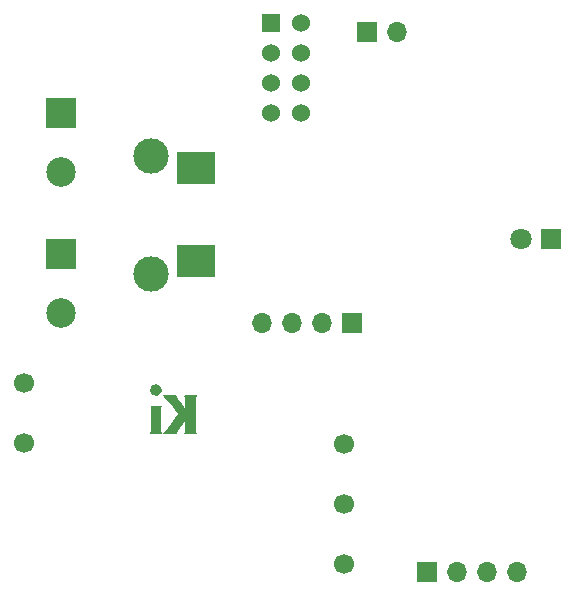
<source format=gbs>
G04 #@! TF.FileFunction,Soldermask,Bot*
%FSLAX46Y46*%
G04 Gerber Fmt 4.6, Leading zero omitted, Abs format (unit mm)*
G04 Created by KiCad (PCBNEW 4.0.2+dfsg1-stable) date Wed 06 Sep 2017 09:12:25 PM CST*
%MOMM*%
G01*
G04 APERTURE LIST*
%ADD10C,0.100000*%
%ADD11C,0.010000*%
%ADD12R,1.700000X1.700000*%
%ADD13O,1.700000X1.700000*%
%ADD14R,2.500000X2.500000*%
%ADD15C,2.500000*%
%ADD16C,1.700000*%
%ADD17R,3.200000X2.700000*%
%ADD18C,3.000000*%
%ADD19R,1.524000X1.524000*%
%ADD20C,1.524000*%
%ADD21R,1.800000X1.800000*%
%ADD22C,1.800000*%
G04 APERTURE END LIST*
D10*
D11*
G36*
X89187453Y-108000800D02*
X88642141Y-108000800D01*
X88840921Y-108202187D01*
X89170629Y-108565091D01*
X89385049Y-108839215D01*
X89463497Y-108942800D01*
X89558056Y-109062929D01*
X89658150Y-109186602D01*
X89753202Y-109300819D01*
X89832634Y-109392581D01*
X89857732Y-109420160D01*
X89939164Y-109507612D01*
X89869206Y-109598756D01*
X89733764Y-109788004D01*
X89646222Y-109927450D01*
X89591352Y-110009686D01*
X89530076Y-110089012D01*
X89524927Y-110095007D01*
X89455978Y-110177981D01*
X89375453Y-110280537D01*
X89292258Y-110390688D01*
X89215298Y-110496447D01*
X89153481Y-110585825D01*
X89117824Y-110642947D01*
X89082743Y-110695996D01*
X89024214Y-110774462D01*
X88952380Y-110865652D01*
X88877385Y-110956872D01*
X88809372Y-111035432D01*
X88773000Y-111074420D01*
X88749111Y-111100481D01*
X88706837Y-111147806D01*
X88698723Y-111156970D01*
X88637145Y-111226600D01*
X89763600Y-111226600D01*
X89763600Y-111148323D01*
X89780363Y-111071795D01*
X89827593Y-110966549D01*
X89900707Y-110840639D01*
X89995119Y-110702116D01*
X90082658Y-110587933D01*
X90153932Y-110495713D01*
X90219253Y-110404669D01*
X90266423Y-110331935D01*
X90272529Y-110321233D01*
X90312571Y-110254834D01*
X90347858Y-110206684D01*
X90356501Y-110197900D01*
X90391062Y-110159216D01*
X90431285Y-110102650D01*
X90468974Y-110054493D01*
X90499485Y-110032887D01*
X90500786Y-110032800D01*
X90509662Y-110057491D01*
X90516782Y-110128781D01*
X90521936Y-110242492D01*
X90524917Y-110394444D01*
X90525600Y-110529361D01*
X90524916Y-110708663D01*
X90522505Y-110844670D01*
X90517825Y-110944875D01*
X90510337Y-111016769D01*
X90499502Y-111067843D01*
X90484779Y-111105588D01*
X90483956Y-111107211D01*
X90448483Y-111166891D01*
X90416977Y-111205018D01*
X90414106Y-111207161D01*
X90429603Y-111212723D01*
X90488953Y-111217662D01*
X90585214Y-111221712D01*
X90711441Y-111224607D01*
X90860689Y-111226082D01*
X90912406Y-111226211D01*
X91438911Y-111226600D01*
X91409232Y-111156750D01*
X91381059Y-111098158D01*
X91358976Y-111062770D01*
X91355143Y-111033542D01*
X91351543Y-110958181D01*
X91348241Y-110841351D01*
X91345304Y-110687717D01*
X91342801Y-110501946D01*
X91340796Y-110288702D01*
X91339358Y-110052651D01*
X91338553Y-109798459D01*
X91338401Y-109626690D01*
X91338459Y-109322711D01*
X91338730Y-109065312D01*
X91339354Y-108850274D01*
X91340474Y-108673378D01*
X91342231Y-108530404D01*
X91344767Y-108417133D01*
X91348224Y-108329345D01*
X91352743Y-108262821D01*
X91358467Y-108213341D01*
X91365538Y-108176686D01*
X91374096Y-108148637D01*
X91384284Y-108124974D01*
X91389201Y-108115099D01*
X91419956Y-108053269D01*
X91438010Y-108014060D01*
X91440001Y-108008129D01*
X91415865Y-108005907D01*
X91348512Y-108003956D01*
X91245528Y-108002384D01*
X91114494Y-108001301D01*
X90962995Y-108000815D01*
X90929283Y-108000800D01*
X90756140Y-108001064D01*
X90627571Y-108002231D01*
X90537354Y-108004864D01*
X90479263Y-108009523D01*
X90447076Y-108016772D01*
X90434568Y-108027172D01*
X90435514Y-108041285D01*
X90437036Y-108045250D01*
X90470395Y-108134073D01*
X90494461Y-108222581D01*
X90510620Y-108321541D01*
X90520258Y-108441721D01*
X90524760Y-108593888D01*
X90525600Y-108733488D01*
X90525601Y-109153304D01*
X90449401Y-109080300D01*
X90401787Y-109029957D01*
X90375206Y-108992678D01*
X90373200Y-108985883D01*
X90358063Y-108959950D01*
X90318572Y-108906528D01*
X90263612Y-108836545D01*
X90202068Y-108760929D01*
X90142823Y-108690609D01*
X90094761Y-108636514D01*
X90067961Y-108610400D01*
X90045639Y-108583134D01*
X90007264Y-108527030D01*
X89979398Y-108483400D01*
X89921195Y-108395698D01*
X89858249Y-108309098D01*
X89835901Y-108280762D01*
X89791187Y-108214136D01*
X89765792Y-108153043D01*
X89763600Y-108136790D01*
X89763078Y-108093077D01*
X89757409Y-108059902D01*
X89740438Y-108035812D01*
X89706011Y-108019355D01*
X89647974Y-108009077D01*
X89560172Y-108003527D01*
X89436450Y-108001251D01*
X89270655Y-108000796D01*
X89187453Y-108000800D01*
X89187453Y-108000800D01*
G37*
X89187453Y-108000800D02*
X88642141Y-108000800D01*
X88840921Y-108202187D01*
X89170629Y-108565091D01*
X89385049Y-108839215D01*
X89463497Y-108942800D01*
X89558056Y-109062929D01*
X89658150Y-109186602D01*
X89753202Y-109300819D01*
X89832634Y-109392581D01*
X89857732Y-109420160D01*
X89939164Y-109507612D01*
X89869206Y-109598756D01*
X89733764Y-109788004D01*
X89646222Y-109927450D01*
X89591352Y-110009686D01*
X89530076Y-110089012D01*
X89524927Y-110095007D01*
X89455978Y-110177981D01*
X89375453Y-110280537D01*
X89292258Y-110390688D01*
X89215298Y-110496447D01*
X89153481Y-110585825D01*
X89117824Y-110642947D01*
X89082743Y-110695996D01*
X89024214Y-110774462D01*
X88952380Y-110865652D01*
X88877385Y-110956872D01*
X88809372Y-111035432D01*
X88773000Y-111074420D01*
X88749111Y-111100481D01*
X88706837Y-111147806D01*
X88698723Y-111156970D01*
X88637145Y-111226600D01*
X89763600Y-111226600D01*
X89763600Y-111148323D01*
X89780363Y-111071795D01*
X89827593Y-110966549D01*
X89900707Y-110840639D01*
X89995119Y-110702116D01*
X90082658Y-110587933D01*
X90153932Y-110495713D01*
X90219253Y-110404669D01*
X90266423Y-110331935D01*
X90272529Y-110321233D01*
X90312571Y-110254834D01*
X90347858Y-110206684D01*
X90356501Y-110197900D01*
X90391062Y-110159216D01*
X90431285Y-110102650D01*
X90468974Y-110054493D01*
X90499485Y-110032887D01*
X90500786Y-110032800D01*
X90509662Y-110057491D01*
X90516782Y-110128781D01*
X90521936Y-110242492D01*
X90524917Y-110394444D01*
X90525600Y-110529361D01*
X90524916Y-110708663D01*
X90522505Y-110844670D01*
X90517825Y-110944875D01*
X90510337Y-111016769D01*
X90499502Y-111067843D01*
X90484779Y-111105588D01*
X90483956Y-111107211D01*
X90448483Y-111166891D01*
X90416977Y-111205018D01*
X90414106Y-111207161D01*
X90429603Y-111212723D01*
X90488953Y-111217662D01*
X90585214Y-111221712D01*
X90711441Y-111224607D01*
X90860689Y-111226082D01*
X90912406Y-111226211D01*
X91438911Y-111226600D01*
X91409232Y-111156750D01*
X91381059Y-111098158D01*
X91358976Y-111062770D01*
X91355143Y-111033542D01*
X91351543Y-110958181D01*
X91348241Y-110841351D01*
X91345304Y-110687717D01*
X91342801Y-110501946D01*
X91340796Y-110288702D01*
X91339358Y-110052651D01*
X91338553Y-109798459D01*
X91338401Y-109626690D01*
X91338459Y-109322711D01*
X91338730Y-109065312D01*
X91339354Y-108850274D01*
X91340474Y-108673378D01*
X91342231Y-108530404D01*
X91344767Y-108417133D01*
X91348224Y-108329345D01*
X91352743Y-108262821D01*
X91358467Y-108213341D01*
X91365538Y-108176686D01*
X91374096Y-108148637D01*
X91384284Y-108124974D01*
X91389201Y-108115099D01*
X91419956Y-108053269D01*
X91438010Y-108014060D01*
X91440001Y-108008129D01*
X91415865Y-108005907D01*
X91348512Y-108003956D01*
X91245528Y-108002384D01*
X91114494Y-108001301D01*
X90962995Y-108000815D01*
X90929283Y-108000800D01*
X90756140Y-108001064D01*
X90627571Y-108002231D01*
X90537354Y-108004864D01*
X90479263Y-108009523D01*
X90447076Y-108016772D01*
X90434568Y-108027172D01*
X90435514Y-108041285D01*
X90437036Y-108045250D01*
X90470395Y-108134073D01*
X90494461Y-108222581D01*
X90510620Y-108321541D01*
X90520258Y-108441721D01*
X90524760Y-108593888D01*
X90525600Y-108733488D01*
X90525601Y-109153304D01*
X90449401Y-109080300D01*
X90401787Y-109029957D01*
X90375206Y-108992678D01*
X90373200Y-108985883D01*
X90358063Y-108959950D01*
X90318572Y-108906528D01*
X90263612Y-108836545D01*
X90202068Y-108760929D01*
X90142823Y-108690609D01*
X90094761Y-108636514D01*
X90067961Y-108610400D01*
X90045639Y-108583134D01*
X90007264Y-108527030D01*
X89979398Y-108483400D01*
X89921195Y-108395698D01*
X89858249Y-108309098D01*
X89835901Y-108280762D01*
X89791187Y-108214136D01*
X89765792Y-108153043D01*
X89763600Y-108136790D01*
X89763078Y-108093077D01*
X89757409Y-108059902D01*
X89740438Y-108035812D01*
X89706011Y-108019355D01*
X89647974Y-108009077D01*
X89560172Y-108003527D01*
X89436450Y-108001251D01*
X89270655Y-108000796D01*
X89187453Y-108000800D01*
G36*
X87604600Y-109964445D02*
X87604379Y-110235928D01*
X87603617Y-110461018D01*
X87602174Y-110644121D01*
X87599906Y-110789640D01*
X87596669Y-110901983D01*
X87592322Y-110985555D01*
X87586720Y-111044759D01*
X87579722Y-111084003D01*
X87571184Y-111107692D01*
X87567308Y-111113795D01*
X87541022Y-111151343D01*
X87530309Y-111179485D01*
X87540490Y-111199574D01*
X87576888Y-111212963D01*
X87644824Y-111221005D01*
X87749622Y-111225053D01*
X87896602Y-111226460D01*
X88011000Y-111226600D01*
X88161282Y-111225915D01*
X88292473Y-111224008D01*
X88396773Y-111221102D01*
X88466381Y-111217417D01*
X88493495Y-111213176D01*
X88493600Y-111212888D01*
X88483045Y-111183854D01*
X88456474Y-111126909D01*
X88442800Y-111099600D01*
X88429934Y-111072160D01*
X88419441Y-111041794D01*
X88411080Y-111003320D01*
X88404609Y-110951555D01*
X88399789Y-110881318D01*
X88396378Y-110787427D01*
X88394135Y-110664701D01*
X88392819Y-110507959D01*
X88392190Y-110312017D01*
X88392005Y-110071696D01*
X88392000Y-110007150D01*
X88392253Y-109749669D01*
X88393129Y-109538149D01*
X88394804Y-109367751D01*
X88397452Y-109233638D01*
X88401250Y-109130971D01*
X88406373Y-109054913D01*
X88412997Y-109000626D01*
X88421297Y-108963272D01*
X88430753Y-108939338D01*
X88469505Y-108864400D01*
X87604600Y-108864400D01*
X87604600Y-109964445D01*
X87604600Y-109964445D01*
G37*
X87604600Y-109964445D02*
X87604379Y-110235928D01*
X87603617Y-110461018D01*
X87602174Y-110644121D01*
X87599906Y-110789640D01*
X87596669Y-110901983D01*
X87592322Y-110985555D01*
X87586720Y-111044759D01*
X87579722Y-111084003D01*
X87571184Y-111107692D01*
X87567308Y-111113795D01*
X87541022Y-111151343D01*
X87530309Y-111179485D01*
X87540490Y-111199574D01*
X87576888Y-111212963D01*
X87644824Y-111221005D01*
X87749622Y-111225053D01*
X87896602Y-111226460D01*
X88011000Y-111226600D01*
X88161282Y-111225915D01*
X88292473Y-111224008D01*
X88396773Y-111221102D01*
X88466381Y-111217417D01*
X88493495Y-111213176D01*
X88493600Y-111212888D01*
X88483045Y-111183854D01*
X88456474Y-111126909D01*
X88442800Y-111099600D01*
X88429934Y-111072160D01*
X88419441Y-111041794D01*
X88411080Y-111003320D01*
X88404609Y-110951555D01*
X88399789Y-110881318D01*
X88396378Y-110787427D01*
X88394135Y-110664701D01*
X88392819Y-110507959D01*
X88392190Y-110312017D01*
X88392005Y-110071696D01*
X88392000Y-110007150D01*
X88392253Y-109749669D01*
X88393129Y-109538149D01*
X88394804Y-109367751D01*
X88397452Y-109233638D01*
X88401250Y-109130971D01*
X88406373Y-109054913D01*
X88412997Y-109000626D01*
X88421297Y-108963272D01*
X88430753Y-108939338D01*
X88469505Y-108864400D01*
X87604600Y-108864400D01*
X87604600Y-109964445D01*
G36*
X87845259Y-107098360D02*
X87727655Y-107164795D01*
X87634177Y-107267445D01*
X87590388Y-107353524D01*
X87559778Y-107492014D01*
X87568879Y-107629991D01*
X87616227Y-107751484D01*
X87628612Y-107770250D01*
X87719051Y-107857808D01*
X87837929Y-107917953D01*
X87970867Y-107947818D01*
X88103487Y-107944534D01*
X88221410Y-107905232D01*
X88242194Y-107892644D01*
X88324463Y-107813794D01*
X88392286Y-107705170D01*
X88434453Y-107587695D01*
X88442800Y-107518199D01*
X88423526Y-107408975D01*
X88373010Y-107294510D01*
X88302218Y-107195558D01*
X88246558Y-107146695D01*
X88114339Y-107086276D01*
X87977363Y-107071176D01*
X87845259Y-107098360D01*
X87845259Y-107098360D01*
G37*
X87845259Y-107098360D02*
X87727655Y-107164795D01*
X87634177Y-107267445D01*
X87590388Y-107353524D01*
X87559778Y-107492014D01*
X87568879Y-107629991D01*
X87616227Y-107751484D01*
X87628612Y-107770250D01*
X87719051Y-107857808D01*
X87837929Y-107917953D01*
X87970867Y-107947818D01*
X88103487Y-107944534D01*
X88221410Y-107905232D01*
X88242194Y-107892644D01*
X88324463Y-107813794D01*
X88392286Y-107705170D01*
X88434453Y-107587695D01*
X88442800Y-107518199D01*
X88423526Y-107408975D01*
X88373010Y-107294510D01*
X88302218Y-107195558D01*
X88246558Y-107146695D01*
X88114339Y-107086276D01*
X87977363Y-107071176D01*
X87845259Y-107098360D01*
D12*
X105918000Y-77216000D03*
D13*
X108458000Y-77216000D03*
D12*
X104648000Y-101854000D03*
D13*
X102108000Y-101854000D03*
X99568000Y-101854000D03*
X97028000Y-101854000D03*
D14*
X80010000Y-96012000D03*
D15*
X80010000Y-101012000D03*
D14*
X80010000Y-84074000D03*
D15*
X80010000Y-89074000D03*
D12*
X110998000Y-122936000D03*
D13*
X113538000Y-122936000D03*
X116078000Y-122936000D03*
X118618000Y-122936000D03*
D16*
X103999000Y-122254000D03*
X103999000Y-117174000D03*
X103999000Y-112094000D03*
X76849000Y-112024000D03*
X76849000Y-106944000D03*
D17*
X91440000Y-88760000D03*
X91440000Y-96660000D03*
D18*
X87630000Y-87710000D03*
X87630000Y-97710000D03*
D19*
X97790000Y-76454000D03*
D20*
X100330000Y-76454000D03*
X97790000Y-78994000D03*
X100330000Y-78994000D03*
X97790000Y-81534000D03*
X100330000Y-81534000D03*
X97790000Y-84074000D03*
X100330000Y-84074000D03*
D21*
X121462800Y-94792800D03*
D22*
X118922800Y-94792800D03*
M02*

</source>
